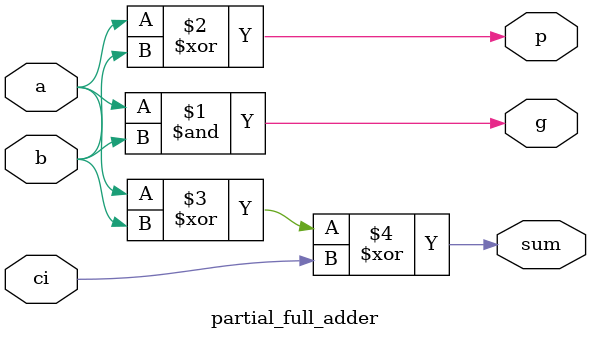
<source format=v>
`timescale 1ns/1ns

module partial_full_adder(a, b, ci, sum, g, p);

input a, b, ci;
output sum, g, p;

assign #10 g = a & b;
assign #5 p = a ^ b;
assign #10 sum = a ^ b ^ ci;

endmodule

</source>
